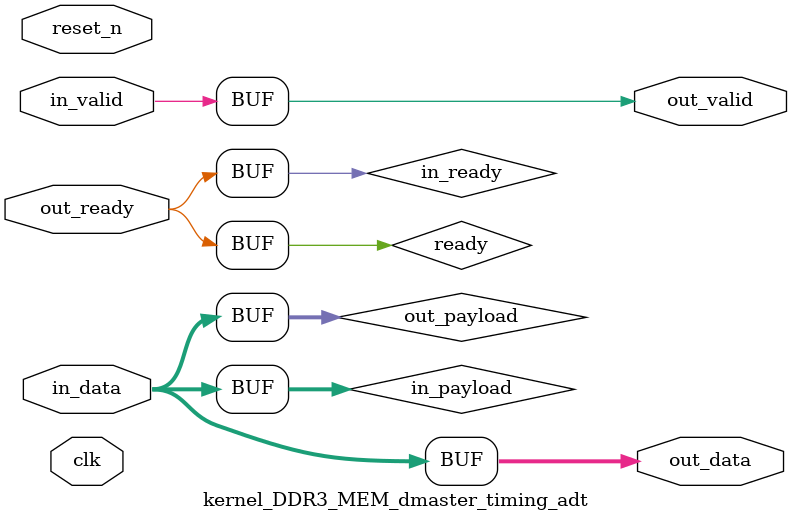
<source format=v>

`timescale 1ns / 100ps
module kernel_DDR3_MEM_dmaster_timing_adt (
    
      // Interface: clk
      input              clk,
      // Interface: reset
      input              reset_n,
      // Interface: in
      input              in_valid,
      input      [ 7: 0] in_data,
      // Interface: out
      output reg         out_valid,
      output reg [ 7: 0] out_data,
      input              out_ready
);




   // ---------------------------------------------------------------------
   //| Signal Declarations
   // ---------------------------------------------------------------------

   reg  [ 7: 0] in_payload;
   reg  [ 7: 0] out_payload;
   reg  [ 0: 0] ready;
   reg          in_ready;
   // synthesis translate_off
   always @(negedge in_ready) begin
      $display("%m: The downstream component is backpressuring by deasserting ready, but the upstream component can't be backpressured.");
   end
   // synthesis translate_on   


   // ---------------------------------------------------------------------
   //| Payload Mapping
   // ---------------------------------------------------------------------
   always @* begin
     in_payload = {in_data};
     {out_data} = out_payload;
   end

   // ---------------------------------------------------------------------
   //| Ready & valid signals.
   // ---------------------------------------------------------------------
   always @* begin
     ready[0] = out_ready;
     out_valid = in_valid;
     out_payload = in_payload;
     in_ready = ready[0];
   end




endmodule


</source>
